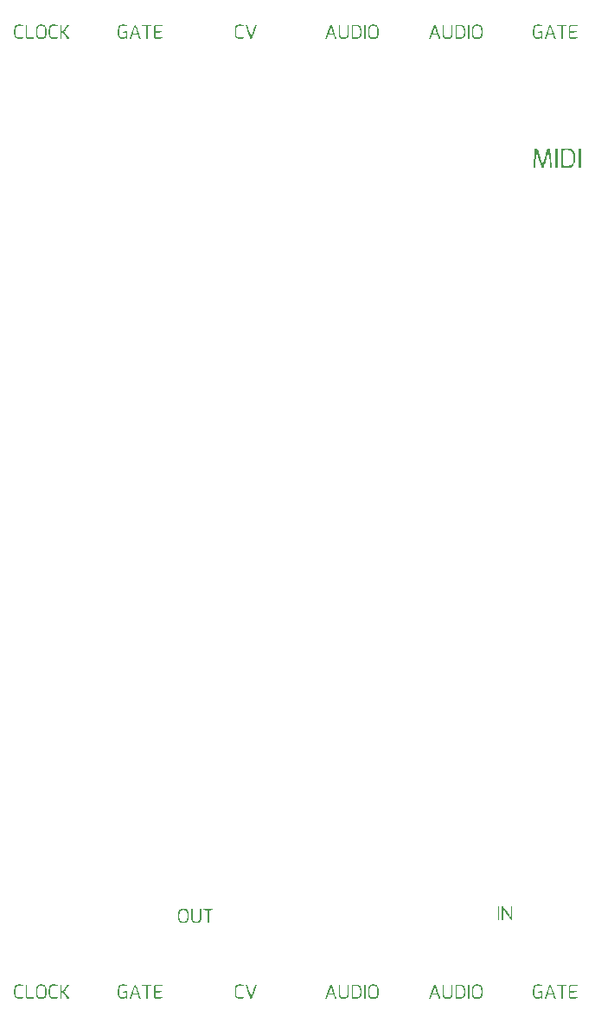
<source format=gto>
G04 DipTrace 4.0.0.0*
G04 uTest_PCBpanel.GTO*
%MOIN*%
G04 #@! TF.FileFunction,Legend,Top*
G04 #@! TF.Part,Single*
%FSLAX26Y26*%
G04*
G70*
G90*
G75*
G01*
G04 TopSilk*
%LPD*%
G36*
X2505209Y4148043D2*
Y4142531D1*
X2504290Y4141613D1*
X2502453Y4114054D1*
X2501534Y4099355D1*
X2500616Y4085576D1*
Y4073634D1*
X2507046D1*
X2507965Y4084657D1*
X2510721Y4125996D1*
Y4133345D1*
X2511407Y4133935D1*
X2511883Y4133881D1*
X2512558Y4133345D1*
Y4131508D1*
X2521744Y4103949D1*
X2522663Y4100274D1*
X2530931Y4075471D1*
X2531849Y4073634D1*
X2539199D1*
X2540117Y4076389D1*
X2541036Y4080064D1*
X2544710Y4091088D1*
X2545629Y4094762D1*
X2550222Y4108542D1*
X2551141Y4112216D1*
X2554815Y4123240D1*
X2555734Y4126914D1*
X2557571Y4132426D1*
X2557721Y4133137D1*
X2558285Y4133890D1*
X2558737Y4133868D1*
X2559408Y4133345D1*
Y4124159D1*
X2562164Y4088332D1*
X2563083Y4075471D1*
X2564002Y4073634D1*
X2570432D1*
Y4076389D1*
X2564920Y4148043D1*
X2554815D1*
X2552059Y4139775D1*
X2551141Y4136101D1*
X2547466Y4125077D1*
X2546548Y4121403D1*
X2543792Y4113135D1*
X2542873Y4109460D1*
X2539199Y4098437D1*
X2538280Y4094762D1*
X2536443Y4089250D1*
Y4087413D1*
X2535323Y4086454D1*
X2534260Y4086573D1*
X2533687Y4087413D1*
Y4090169D1*
X2527256Y4109460D1*
X2526338Y4113135D1*
X2519907Y4132426D1*
X2518989Y4136101D1*
X2515314Y4147124D1*
X2514395Y4148043D1*
X2505209D1*
G37*
G36*
X2585130D2*
Y4073634D1*
X2592479D1*
Y4148043D1*
X2585130D1*
G37*
G36*
X2607178Y4140694D2*
Y4073634D1*
X2639330D1*
X2643004Y4074552D1*
X2646679Y4076389D1*
X2649435Y4078227D1*
X2653109Y4081901D1*
X2654947Y4084657D1*
X2658621Y4092006D1*
X2659540Y4095681D1*
X2660458Y4098437D1*
X2661377Y4104867D1*
Y4117728D1*
X2660458Y4124159D1*
X2659540Y4127833D1*
X2657702Y4133345D1*
X2655865Y4137019D1*
X2654028Y4139775D1*
X2650353Y4143450D1*
X2647597Y4145287D1*
X2645760Y4146206D1*
X2643004Y4147124D1*
X2639330Y4148043D1*
X2607178D1*
Y4140694D1*
X2614527D1*
X2622488Y4141613D1*
X2630450D1*
X2638411Y4140694D1*
X2642086Y4139775D1*
X2645760Y4137938D1*
X2650353Y4133345D1*
Y4132426D1*
X2651272Y4130589D1*
X2652191Y4127833D1*
X2653109Y4124159D1*
X2654028Y4116809D1*
X2654947Y4115891D1*
Y4106704D1*
X2654028Y4105786D1*
X2653109Y4098437D1*
X2652191Y4094762D1*
X2649435Y4089250D1*
Y4088332D1*
X2644842Y4083739D1*
X2641167Y4081901D1*
X2632287Y4080983D1*
X2623407D1*
X2614527Y4081901D1*
Y4140694D1*
X2607178D1*
G37*
G36*
X2675157Y4148043D2*
Y4073634D1*
X2682506D1*
Y4148043D1*
X2675157D1*
G37*
G36*
X512164Y4625077D2*
X509540Y4624421D1*
X507571Y4623765D1*
X506259Y4623109D1*
X504290Y4621796D1*
X502978Y4620484D1*
X501666Y4618515D1*
X500353Y4615891D1*
X499697Y4613922D1*
X499041Y4611298D1*
X498385Y4607361D1*
Y4588988D1*
X499041Y4585707D1*
X499697Y4583082D1*
X500353Y4581114D1*
X501666Y4578489D1*
X502978Y4576521D1*
X506259Y4573240D1*
X508884Y4571928D1*
X510852Y4571271D1*
X514133Y4570615D1*
X520038D1*
X527912Y4571271D1*
X531849Y4571928D1*
X533162Y4572584D1*
Y4575865D1*
X511508Y4576521D1*
X508884Y4577833D1*
X506259Y4580458D1*
Y4581114D1*
X504947Y4583739D1*
X504290Y4586363D1*
X503634Y4589644D1*
X502978Y4590300D1*
Y4607361D1*
X503634Y4608017D1*
X504290Y4611298D1*
X504947Y4613922D1*
X505603Y4615235D1*
Y4615891D1*
X507571Y4617859D1*
X510196Y4619172D1*
X513477Y4619828D1*
X515664Y4620484D1*
X517851D1*
X520038Y4619828D1*
X533162D1*
Y4623109D1*
X531849Y4623765D1*
X527256Y4624421D1*
X521351Y4625077D1*
X512164D1*
G37*
G36*
X586968Y4619172D2*
X585655Y4617859D1*
X584343Y4615235D1*
X583687Y4613266D1*
X583031Y4610641D1*
X582374Y4606704D1*
Y4587676D1*
X583031Y4583739D1*
X584343Y4579802D1*
X585655Y4577177D1*
X587624Y4574552D1*
X589592Y4573240D1*
X590905Y4572584D1*
X594842Y4571271D1*
X609933D1*
X612558Y4571928D1*
X616495Y4573896D1*
X619120Y4576521D1*
X620432Y4579145D1*
X621744Y4583082D1*
X622401Y4585707D1*
X623057Y4590956D1*
Y4604080D1*
X622401Y4609329D1*
X621744Y4612610D1*
X620432Y4616547D1*
X619776Y4617859D1*
X618464Y4619828D1*
X616495Y4621796D1*
X614527Y4623109D1*
X612558Y4623765D1*
X609933Y4624421D1*
X604684Y4625077D1*
X600747D1*
X594842Y4624421D1*
X590905Y4623109D1*
X588936Y4621796D1*
X586968Y4619828D1*
Y4619172D1*
X594842D1*
X600091Y4619828D1*
X605340D1*
X610590Y4619172D1*
X613214Y4617859D1*
X615839Y4615235D1*
Y4613922D1*
X616495Y4612610D1*
X617151Y4609985D1*
X617807Y4604080D1*
X618464Y4603424D1*
Y4591613D1*
X617807Y4590956D1*
X617151Y4585707D1*
X616495Y4583082D1*
X615183Y4580458D1*
Y4579802D1*
X613870Y4578489D1*
X611246Y4577177D1*
X608621Y4576521D1*
X604465Y4575865D1*
X600310D1*
X596154Y4576521D1*
X593529Y4577177D1*
X592217Y4577833D1*
X588936Y4581114D1*
Y4581770D1*
X588280Y4583739D1*
X587624Y4587676D1*
X586968Y4588332D1*
Y4606048D1*
X587624Y4606704D1*
X588280Y4611298D1*
X588936Y4613266D1*
X589592Y4614578D1*
Y4615235D1*
X592217Y4617859D1*
X594842Y4619172D1*
X586968D1*
G37*
G36*
X645366Y4625077D2*
X642742Y4624421D1*
X640773Y4623765D1*
X639461Y4623109D1*
X637492Y4621796D1*
X636180Y4620484D1*
X634868Y4618515D1*
X633555Y4615891D1*
X632899Y4613922D1*
X632243Y4611298D1*
X631587Y4607361D1*
Y4588988D1*
X632243Y4585707D1*
X632899Y4583082D1*
X633555Y4581114D1*
X634868Y4578489D1*
X636180Y4576521D1*
X639461Y4573240D1*
X642086Y4571928D1*
X644054Y4571271D1*
X647335Y4570615D1*
X653241D1*
X661115Y4571271D1*
X665052Y4571928D1*
X666364Y4572584D1*
Y4575865D1*
X644710Y4576521D1*
X642086Y4577833D1*
X639461Y4580458D1*
Y4581114D1*
X638149Y4583739D1*
X637492Y4586363D1*
X636836Y4589644D1*
X636180Y4590300D1*
Y4607361D1*
X636836Y4608017D1*
X637492Y4611298D1*
X638149Y4613922D1*
X638805Y4615235D1*
Y4615891D1*
X640773Y4617859D1*
X643398Y4619172D1*
X646679Y4619828D1*
X648866Y4620484D1*
X651053D1*
X653241Y4619828D1*
X666364D1*
Y4623109D1*
X665052Y4623765D1*
X660458Y4624421D1*
X654553Y4625077D1*
X645366D1*
G37*
G36*
X542348Y4624421D2*
Y4578489D1*
X543004Y4575865D1*
X543660Y4574552D1*
X545629Y4572584D1*
X546941Y4571928D1*
X548910Y4571271D1*
X574500D1*
Y4575865D1*
X549566Y4576521D1*
X548254Y4577177D1*
X547597Y4577833D1*
Y4624421D1*
X542348D1*
G37*
G36*
X675550D2*
Y4571271D1*
X680800D1*
Y4594893D1*
X682987Y4595550D1*
X685174D1*
X687361Y4594893D1*
X688674Y4593581D1*
Y4592925D1*
X691298Y4588988D1*
X693267Y4586363D1*
X695891Y4582426D1*
X697860Y4579802D1*
X701797Y4573896D1*
X703765Y4571271D1*
X709671D1*
X709015Y4572584D1*
X702453Y4582426D1*
X700485Y4585051D1*
X695235Y4592925D1*
X693267Y4595550D1*
X691954Y4596862D1*
Y4598830D1*
X693267Y4600143D1*
X695891Y4604080D1*
X697860Y4606704D1*
X701797Y4612610D1*
X703765Y4615235D1*
X709015Y4623109D1*
X709671Y4624421D1*
X703765D1*
X701797Y4621796D1*
X699172Y4617859D1*
X697204Y4615235D1*
X694579Y4611298D1*
X692611Y4608673D1*
X689986Y4604736D1*
X688017Y4602111D1*
X687802Y4601315D1*
X687361Y4600799D1*
X685174Y4600143D1*
X682987D1*
X680800Y4600799D1*
Y4624421D1*
X675550D1*
G37*
G36*
X912427Y4625077D2*
X909146Y4624421D1*
X906521Y4623109D1*
X904553Y4621796D1*
X903241Y4620484D1*
X901928Y4618515D1*
X900616Y4615891D1*
X899960Y4613922D1*
X899304Y4611298D1*
X898647Y4608017D1*
Y4587019D1*
X899304Y4583739D1*
X900616Y4579802D1*
X901928Y4577177D1*
X903241Y4575208D1*
X903897Y4574552D1*
X905865Y4573240D1*
X908490Y4571928D1*
X910458Y4571271D1*
X914395Y4570615D1*
X916364D1*
X920957Y4571271D1*
X923582Y4571928D1*
X926863Y4573240D1*
X928175Y4573896D1*
X928876Y4574334D1*
X929487Y4574552D1*
X930800Y4573240D1*
Y4571928D1*
X931456Y4571271D1*
X934737D1*
Y4598830D1*
X931456Y4599487D1*
X928831D1*
X922926Y4598830D1*
X919645Y4598174D1*
X917676Y4597518D1*
Y4594237D1*
X930143Y4593581D1*
Y4579802D1*
X929487Y4579145D1*
X927519Y4578489D1*
X926206Y4577833D1*
X920957Y4576521D1*
X917676Y4575865D1*
X914395D1*
X911115Y4576521D1*
X909146Y4577177D1*
X905865Y4580458D1*
Y4581114D1*
X905209Y4582426D1*
X904553Y4584395D1*
X903897Y4588332D1*
X903241Y4588988D1*
Y4607361D1*
X903897Y4608017D1*
X904553Y4611298D1*
X905209Y4613922D1*
X905865Y4615235D1*
Y4615891D1*
X908490Y4618515D1*
X910458Y4619172D1*
X913083Y4619828D1*
X915270Y4620484D1*
X917457D1*
X919645Y4619828D1*
X932112Y4619172D1*
X933424D1*
Y4623109D1*
X930800Y4623765D1*
X926206Y4624421D1*
X919645Y4625077D1*
X912427D1*
G37*
G36*
X959671Y4615891D2*
X959015Y4615235D1*
X958359Y4613266D1*
X957702Y4611954D1*
X956390Y4608017D1*
X955734Y4606704D1*
X953765Y4600799D1*
X953109Y4599487D1*
X951141Y4593581D1*
X950485Y4592269D1*
X949172Y4588332D1*
X948516Y4587019D1*
X946548Y4581114D1*
X945891Y4579802D1*
X944579Y4575865D1*
X943923Y4574552D1*
X943267Y4572584D1*
Y4571271D1*
X949172D1*
X951797Y4579145D1*
X952453Y4581770D1*
X953109Y4583739D1*
Y4585051D1*
X953765Y4585707D1*
X961202Y4586363D1*
X968639D1*
X976075Y4585707D1*
Y4584395D1*
X978044Y4578489D1*
X978700Y4575865D1*
X980012Y4571928D1*
X980668Y4571271D1*
X985918D1*
Y4572584D1*
X984605Y4576521D1*
X983949Y4577833D1*
X980668Y4587676D1*
X980012Y4588988D1*
X976075Y4600799D1*
X975419Y4602111D1*
X972138Y4611954D1*
X971482Y4613266D1*
X968201Y4623109D1*
X967545Y4624421D1*
X962296D1*
X960983Y4620484D1*
X960327Y4619172D1*
X959671Y4617203D1*
Y4615891D1*
X964264D1*
X964754Y4616312D1*
X965086Y4616257D1*
X965459Y4615715D1*
X965576Y4615235D1*
X969513Y4603424D1*
X970170Y4602111D1*
X973450Y4592269D1*
X974107Y4591613D1*
X967982Y4590956D1*
X961858D1*
X955734Y4591613D1*
X955862Y4592078D1*
X956390Y4592925D1*
X957046Y4594893D1*
X957702Y4596206D1*
X960983Y4606048D1*
X961639Y4607361D1*
X964264Y4615235D1*
Y4615891D1*
X959671D1*
G37*
G36*
X991823Y4624421D2*
Y4619828D1*
X1007571Y4619172D1*
Y4571271D1*
X1012821D1*
Y4619172D1*
X1028569Y4619828D1*
Y4624421D1*
X991823D1*
G37*
G36*
X1043660D2*
X1041692Y4623765D1*
X1040380Y4623109D1*
X1039067Y4621796D1*
X1037755Y4619172D1*
X1037099Y4616547D1*
Y4578489D1*
X1037755Y4575865D1*
X1039067Y4573240D1*
X1039723Y4572584D1*
X1042348Y4571271D1*
X1056128D1*
X1067939Y4571928D1*
X1069251Y4572584D1*
Y4575865D1*
X1043660Y4576521D1*
X1042348Y4577833D1*
Y4594237D1*
X1048910Y4594893D1*
X1065970Y4595550D1*
Y4599487D1*
X1053503Y4600143D1*
X1042348Y4600799D1*
Y4617859D1*
X1043004Y4618515D1*
X1044317Y4619172D1*
X1069251Y4619828D1*
Y4623109D1*
X1064658Y4623765D1*
X1052191Y4624421D1*
X1043660D1*
G37*
G36*
X1362558Y4625077D2*
X1359933Y4624421D1*
X1357965Y4623765D1*
X1356653Y4623109D1*
X1354684Y4621796D1*
X1353372Y4620484D1*
X1352059Y4618515D1*
X1350747Y4615891D1*
X1350091Y4613922D1*
X1349435Y4611298D1*
X1348779Y4607361D1*
Y4588988D1*
X1349435Y4585707D1*
X1350091Y4583082D1*
X1350747Y4581114D1*
X1352059Y4578489D1*
X1353372Y4576521D1*
X1356653Y4573240D1*
X1359277Y4571928D1*
X1361246Y4571271D1*
X1364527Y4570615D1*
X1370432D1*
X1378306Y4571271D1*
X1382243Y4571928D1*
X1383555Y4572584D1*
Y4575865D1*
X1361902Y4576521D1*
X1359277Y4577833D1*
X1356653Y4580458D1*
Y4581114D1*
X1355340Y4583739D1*
X1354684Y4586363D1*
X1354028Y4589644D1*
X1353372Y4590300D1*
Y4607361D1*
X1354028Y4608017D1*
X1354684Y4611298D1*
X1355340Y4613922D1*
X1355996Y4615235D1*
Y4615891D1*
X1357965Y4617859D1*
X1360590Y4619172D1*
X1363870Y4619828D1*
X1366058Y4620484D1*
X1368245D1*
X1370432Y4619828D1*
X1383555D1*
Y4623109D1*
X1382243Y4623765D1*
X1377650Y4624421D1*
X1371744Y4625077D1*
X1362558D1*
G37*
G36*
X1390773Y4624421D2*
Y4623109D1*
X1392742Y4617203D1*
X1393398Y4615891D1*
X1396679Y4606048D1*
X1397335Y4604736D1*
X1401272Y4592925D1*
X1401928Y4591613D1*
X1405209Y4581770D1*
X1405865Y4580458D1*
X1408490Y4572584D1*
X1409146Y4571271D1*
X1414395D1*
X1416364Y4577177D1*
X1417020Y4578489D1*
X1418332Y4582426D1*
X1418989Y4583739D1*
X1420957Y4589644D1*
X1421613Y4590956D1*
X1422926Y4594893D1*
X1423582Y4596206D1*
X1425550Y4602111D1*
X1426206Y4603424D1*
X1428175Y4609329D1*
X1428831Y4610641D1*
X1430143Y4614578D1*
X1430800Y4615891D1*
X1432768Y4621796D1*
X1433424Y4623109D1*
Y4624421D1*
X1428175D1*
X1426863Y4620484D1*
X1426206Y4619172D1*
X1424238Y4613266D1*
X1423582Y4611954D1*
X1421613Y4606048D1*
X1420957Y4604736D1*
X1418989Y4598830D1*
X1418332Y4597518D1*
X1416364Y4591613D1*
X1415708Y4590300D1*
X1413739Y4584395D1*
X1413083Y4583082D1*
X1412427Y4581114D1*
X1412260Y4580340D1*
X1411732Y4579741D1*
X1411394Y4579850D1*
X1410971Y4580573D1*
X1411115Y4581114D1*
X1410458Y4582426D1*
X1405865Y4596206D1*
X1405209Y4597518D1*
X1401272Y4609329D1*
X1400616Y4610641D1*
X1396023Y4624421D1*
X1390773D1*
G37*
G36*
X1867151Y4619172D2*
X1865839Y4617859D1*
X1864527Y4615235D1*
X1863870Y4613266D1*
X1863214Y4610641D1*
X1862558Y4606704D1*
Y4587676D1*
X1863214Y4583739D1*
X1864527Y4579802D1*
X1865839Y4577177D1*
X1867807Y4574552D1*
X1869776Y4573240D1*
X1871088Y4572584D1*
X1875025Y4571271D1*
X1890117D1*
X1892742Y4571928D1*
X1896679Y4573896D1*
X1899304Y4576521D1*
X1900616Y4579145D1*
X1901928Y4583082D1*
X1902584Y4585707D1*
X1903241Y4590956D1*
Y4604080D1*
X1902584Y4609329D1*
X1901928Y4612610D1*
X1900616Y4616547D1*
X1899960Y4617859D1*
X1898647Y4619828D1*
X1896679Y4621796D1*
X1894710Y4623109D1*
X1892742Y4623765D1*
X1890117Y4624421D1*
X1884868Y4625077D1*
X1880931D1*
X1875025Y4624421D1*
X1871088Y4623109D1*
X1869120Y4621796D1*
X1867151Y4619828D1*
Y4619172D1*
X1875025D1*
X1880275Y4619828D1*
X1885524D1*
X1890773Y4619172D1*
X1893398Y4617859D1*
X1896023Y4615235D1*
Y4613922D1*
X1896679Y4612610D1*
X1897335Y4609985D1*
X1897991Y4604080D1*
X1898647Y4603424D1*
Y4591613D1*
X1897991Y4590956D1*
X1897335Y4585707D1*
X1896679Y4583082D1*
X1895366Y4580458D1*
Y4579802D1*
X1894054Y4578489D1*
X1891429Y4577177D1*
X1888805Y4576521D1*
X1884649Y4575865D1*
X1880493D1*
X1876338Y4576521D1*
X1873713Y4577177D1*
X1872401Y4577833D1*
X1869120Y4581114D1*
Y4581770D1*
X1868464Y4583739D1*
X1867807Y4587676D1*
X1867151Y4588332D1*
Y4606048D1*
X1867807Y4606704D1*
X1868464Y4611298D1*
X1869120Y4613266D1*
X1869776Y4614578D1*
Y4615235D1*
X1872401Y4617859D1*
X1875025Y4619172D1*
X1867151D1*
G37*
G36*
X1714264Y4615891D2*
X1713608Y4615235D1*
X1712952Y4613266D1*
X1712296Y4611954D1*
X1710983Y4608017D1*
X1710327Y4606704D1*
X1708359Y4600799D1*
X1707702Y4599487D1*
X1705734Y4593581D1*
X1705078Y4592269D1*
X1703765Y4588332D1*
X1703109Y4587019D1*
X1701141Y4581114D1*
X1700485Y4579802D1*
X1699172Y4575865D1*
X1698516Y4574552D1*
X1697860Y4572584D1*
Y4571271D1*
X1703765D1*
X1706390Y4579145D1*
X1707046Y4581770D1*
X1707702Y4583739D1*
Y4585051D1*
X1708359Y4585707D1*
X1715795Y4586363D1*
X1723232D1*
X1730668Y4585707D1*
Y4584395D1*
X1732637Y4578489D1*
X1733293Y4575865D1*
X1734605Y4571928D1*
X1735262Y4571271D1*
X1740511D1*
Y4572584D1*
X1739199Y4576521D1*
X1738542Y4577833D1*
X1735262Y4587676D1*
X1734605Y4588988D1*
X1730668Y4600799D1*
X1730012Y4602111D1*
X1726731Y4611954D1*
X1726075Y4613266D1*
X1722794Y4623109D1*
X1722138Y4624421D1*
X1716889D1*
X1715576Y4620484D1*
X1714920Y4619172D1*
X1714264Y4617203D1*
Y4615891D1*
X1718857D1*
X1719347Y4616312D1*
X1719679Y4616257D1*
X1720053Y4615715D1*
X1720170Y4615235D1*
X1724107Y4603424D1*
X1724763Y4602111D1*
X1728044Y4592269D1*
X1728700Y4591613D1*
X1722576Y4590956D1*
X1716451D1*
X1710327Y4591613D1*
X1710455Y4592078D1*
X1710983Y4592925D1*
X1711639Y4594893D1*
X1712296Y4596206D1*
X1715576Y4606048D1*
X1716233Y4607361D1*
X1718857Y4615235D1*
Y4615891D1*
X1714264D1*
G37*
G36*
X1749041Y4624421D2*
Y4590956D1*
X1749697Y4585051D1*
X1750353Y4581770D1*
X1751666Y4577833D1*
X1752322Y4576521D1*
X1756259Y4572584D1*
X1760196Y4571271D1*
X1765445Y4570615D1*
X1770695D1*
X1776600Y4571271D1*
X1778569Y4571928D1*
X1781193Y4573240D1*
X1783818Y4575865D1*
X1785130Y4577833D1*
X1785786Y4579145D1*
X1787099Y4583082D1*
X1787755Y4586363D1*
Y4624421D1*
X1783162D1*
X1782506Y4587676D1*
X1781849Y4583739D1*
X1781193Y4581770D1*
X1779881Y4579802D1*
Y4579145D1*
X1778569Y4577833D1*
X1775944Y4576521D1*
X1771132Y4575865D1*
X1766320D1*
X1761508Y4576521D1*
X1759540Y4577177D1*
X1758227Y4577833D1*
X1756915Y4579145D1*
Y4579802D1*
X1755603Y4582426D1*
X1754947Y4585051D1*
X1754290Y4624421D1*
X1749041D1*
G37*
G36*
X1798910Y4619172D2*
Y4571271D1*
X1821876D1*
X1824500Y4571928D1*
X1827125Y4573240D1*
X1829094Y4574552D1*
X1831718Y4577177D1*
X1833031Y4579145D1*
X1835655Y4584395D1*
X1836311Y4587019D1*
X1836968Y4588988D1*
X1837624Y4593581D1*
Y4602767D1*
X1836968Y4607361D1*
X1836311Y4609985D1*
X1834999Y4613922D1*
X1833687Y4616547D1*
X1832374Y4618515D1*
X1829750Y4621140D1*
X1827781Y4622452D1*
X1826469Y4623109D1*
X1824500Y4623765D1*
X1821876Y4624421D1*
X1798910D1*
Y4619172D1*
X1804159D1*
X1809846Y4619828D1*
X1815533D1*
X1821220Y4619172D1*
X1823844Y4618515D1*
X1826469Y4617203D1*
X1829750Y4613922D1*
Y4613266D1*
X1830406Y4611954D1*
X1831062Y4609985D1*
X1831718Y4607361D1*
X1832374Y4602111D1*
X1833031Y4601455D1*
Y4594893D1*
X1832374Y4594237D1*
X1831718Y4588988D1*
X1831062Y4586363D1*
X1829094Y4582426D1*
Y4581770D1*
X1825813Y4578489D1*
X1823188Y4577177D1*
X1816845Y4576521D1*
X1810502D1*
X1804159Y4577177D1*
Y4619172D1*
X1798910D1*
G37*
G36*
X1847466Y4624421D2*
Y4571271D1*
X1852716D1*
Y4624421D1*
X1847466D1*
G37*
G36*
X2267414Y4619172D2*
X2266101Y4617859D1*
X2264789Y4615235D1*
X2264133Y4613266D1*
X2263477Y4610641D1*
X2262821Y4606704D1*
Y4587676D1*
X2263477Y4583739D1*
X2264789Y4579802D1*
X2266101Y4577177D1*
X2268070Y4574552D1*
X2270038Y4573240D1*
X2271351Y4572584D1*
X2275288Y4571271D1*
X2290380D1*
X2293004Y4571928D1*
X2296941Y4573896D1*
X2299566Y4576521D1*
X2300878Y4579145D1*
X2302191Y4583082D1*
X2302847Y4585707D1*
X2303503Y4590956D1*
Y4604080D1*
X2302847Y4609329D1*
X2302191Y4612610D1*
X2300878Y4616547D1*
X2300222Y4617859D1*
X2298910Y4619828D1*
X2296941Y4621796D1*
X2294973Y4623109D1*
X2293004Y4623765D1*
X2290380Y4624421D1*
X2285130Y4625077D1*
X2281193D1*
X2275288Y4624421D1*
X2271351Y4623109D1*
X2269382Y4621796D1*
X2267414Y4619828D1*
Y4619172D1*
X2275288D1*
X2280537Y4619828D1*
X2285786D1*
X2291036Y4619172D1*
X2293660Y4617859D1*
X2296285Y4615235D1*
Y4613922D1*
X2296941Y4612610D1*
X2297597Y4609985D1*
X2298254Y4604080D1*
X2298910Y4603424D1*
Y4591613D1*
X2298254Y4590956D1*
X2297597Y4585707D1*
X2296941Y4583082D1*
X2295629Y4580458D1*
Y4579802D1*
X2294317Y4578489D1*
X2291692Y4577177D1*
X2289067Y4576521D1*
X2284912Y4575865D1*
X2280756D1*
X2276600Y4576521D1*
X2273975Y4577177D1*
X2272663Y4577833D1*
X2269382Y4581114D1*
Y4581770D1*
X2268726Y4583739D1*
X2268070Y4587676D1*
X2267414Y4588332D1*
Y4606048D1*
X2268070Y4606704D1*
X2268726Y4611298D1*
X2269382Y4613266D1*
X2270038Y4614578D1*
Y4615235D1*
X2272663Y4617859D1*
X2275288Y4619172D1*
X2267414D1*
G37*
G36*
X2114527Y4615891D2*
X2113870Y4615235D1*
X2113214Y4613266D1*
X2112558Y4611954D1*
X2111246Y4608017D1*
X2110590Y4606704D1*
X2108621Y4600799D1*
X2107965Y4599487D1*
X2105996Y4593581D1*
X2105340Y4592269D1*
X2104028Y4588332D1*
X2103372Y4587019D1*
X2101403Y4581114D1*
X2100747Y4579802D1*
X2099435Y4575865D1*
X2098779Y4574552D1*
X2098122Y4572584D1*
Y4571271D1*
X2104028D1*
X2106653Y4579145D1*
X2107309Y4581770D1*
X2107965Y4583739D1*
Y4585051D1*
X2108621Y4585707D1*
X2116058Y4586363D1*
X2123494D1*
X2130931Y4585707D1*
Y4584395D1*
X2132899Y4578489D1*
X2133555Y4575865D1*
X2134868Y4571928D1*
X2135524Y4571271D1*
X2140773D1*
Y4572584D1*
X2139461Y4576521D1*
X2138805Y4577833D1*
X2135524Y4587676D1*
X2134868Y4588988D1*
X2130931Y4600799D1*
X2130275Y4602111D1*
X2126994Y4611954D1*
X2126338Y4613266D1*
X2123057Y4623109D1*
X2122401Y4624421D1*
X2117151D1*
X2115839Y4620484D1*
X2115183Y4619172D1*
X2114527Y4617203D1*
Y4615891D1*
X2119120D1*
X2119610Y4616312D1*
X2119942Y4616257D1*
X2120315Y4615715D1*
X2120432Y4615235D1*
X2124369Y4603424D1*
X2125025Y4602111D1*
X2128306Y4592269D1*
X2128962Y4591613D1*
X2122838Y4590956D1*
X2116714D1*
X2110590Y4591613D1*
X2110717Y4592078D1*
X2111246Y4592925D1*
X2111902Y4594893D1*
X2112558Y4596206D1*
X2115839Y4606048D1*
X2116495Y4607361D1*
X2119120Y4615235D1*
Y4615891D1*
X2114527D1*
G37*
G36*
X2149304Y4624421D2*
Y4590956D1*
X2149960Y4585051D1*
X2150616Y4581770D1*
X2151928Y4577833D1*
X2152584Y4576521D1*
X2156521Y4572584D1*
X2160458Y4571271D1*
X2165708Y4570615D1*
X2170957D1*
X2176863Y4571271D1*
X2178831Y4571928D1*
X2181456Y4573240D1*
X2184080Y4575865D1*
X2185393Y4577833D1*
X2186049Y4579145D1*
X2187361Y4583082D1*
X2188017Y4586363D1*
Y4624421D1*
X2183424D1*
X2182768Y4587676D1*
X2182112Y4583739D1*
X2181456Y4581770D1*
X2180143Y4579802D1*
Y4579145D1*
X2178831Y4577833D1*
X2176206Y4576521D1*
X2171394Y4575865D1*
X2166583D1*
X2161771Y4576521D1*
X2159802Y4577177D1*
X2158490Y4577833D1*
X2157178Y4579145D1*
Y4579802D1*
X2155865Y4582426D1*
X2155209Y4585051D1*
X2154553Y4624421D1*
X2149304D1*
G37*
G36*
X2199172Y4619172D2*
Y4571271D1*
X2222138D1*
X2224763Y4571928D1*
X2227387Y4573240D1*
X2229356Y4574552D1*
X2231981Y4577177D1*
X2233293Y4579145D1*
X2235918Y4584395D1*
X2236574Y4587019D1*
X2237230Y4588988D1*
X2237886Y4593581D1*
Y4602767D1*
X2237230Y4607361D1*
X2236574Y4609985D1*
X2235262Y4613922D1*
X2233949Y4616547D1*
X2232637Y4618515D1*
X2230012Y4621140D1*
X2228044Y4622452D1*
X2226731Y4623109D1*
X2224763Y4623765D1*
X2222138Y4624421D1*
X2199172D1*
Y4619172D1*
X2204422D1*
X2210108Y4619828D1*
X2215795D1*
X2221482Y4619172D1*
X2224107Y4618515D1*
X2226731Y4617203D1*
X2230012Y4613922D1*
Y4613266D1*
X2230668Y4611954D1*
X2231325Y4609985D1*
X2231981Y4607361D1*
X2232637Y4602111D1*
X2233293Y4601455D1*
Y4594893D1*
X2232637Y4594237D1*
X2231981Y4588988D1*
X2231325Y4586363D1*
X2229356Y4582426D1*
Y4581770D1*
X2226075Y4578489D1*
X2223450Y4577177D1*
X2217108Y4576521D1*
X2210765D1*
X2204422Y4577177D1*
Y4619172D1*
X2199172D1*
G37*
G36*
X2247729Y4624421D2*
Y4571271D1*
X2252978D1*
Y4624421D1*
X2247729D1*
G37*
G36*
X2512164Y4625077D2*
X2508884Y4624421D1*
X2506259Y4623109D1*
X2504290Y4621796D1*
X2502978Y4620484D1*
X2501666Y4618515D1*
X2500353Y4615891D1*
X2499697Y4613922D1*
X2499041Y4611298D1*
X2498385Y4608017D1*
Y4587019D1*
X2499041Y4583739D1*
X2500353Y4579802D1*
X2501666Y4577177D1*
X2502978Y4575208D1*
X2503634Y4574552D1*
X2505603Y4573240D1*
X2508227Y4571928D1*
X2510196Y4571271D1*
X2514133Y4570615D1*
X2516101D1*
X2520695Y4571271D1*
X2523319Y4571928D1*
X2526600Y4573240D1*
X2527912Y4573896D1*
X2528614Y4574334D1*
X2529225Y4574552D1*
X2530537Y4573240D1*
Y4571928D1*
X2531193Y4571271D1*
X2534474D1*
Y4598830D1*
X2531193Y4599487D1*
X2528569D1*
X2522663Y4598830D1*
X2519382Y4598174D1*
X2517414Y4597518D1*
Y4594237D1*
X2529881Y4593581D1*
Y4579802D1*
X2529225Y4579145D1*
X2527256Y4578489D1*
X2525944Y4577833D1*
X2520695Y4576521D1*
X2517414Y4575865D1*
X2514133D1*
X2510852Y4576521D1*
X2508884Y4577177D1*
X2505603Y4580458D1*
Y4581114D1*
X2504947Y4582426D1*
X2504290Y4584395D1*
X2503634Y4588332D1*
X2502978Y4588988D1*
Y4607361D1*
X2503634Y4608017D1*
X2504290Y4611298D1*
X2504947Y4613922D1*
X2505603Y4615235D1*
Y4615891D1*
X2508227Y4618515D1*
X2510196Y4619172D1*
X2512821Y4619828D1*
X2515008Y4620484D1*
X2517195D1*
X2519382Y4619828D1*
X2531849Y4619172D1*
X2533162D1*
Y4623109D1*
X2530537Y4623765D1*
X2525944Y4624421D1*
X2519382Y4625077D1*
X2512164D1*
G37*
G36*
X2559408Y4615891D2*
X2558752Y4615235D1*
X2558096Y4613266D1*
X2557440Y4611954D1*
X2556128Y4608017D1*
X2555471Y4606704D1*
X2553503Y4600799D1*
X2552847Y4599487D1*
X2550878Y4593581D1*
X2550222Y4592269D1*
X2548910Y4588332D1*
X2548254Y4587019D1*
X2546285Y4581114D1*
X2545629Y4579802D1*
X2544317Y4575865D1*
X2543660Y4574552D1*
X2543004Y4572584D1*
Y4571271D1*
X2548910D1*
X2551534Y4579145D1*
X2552191Y4581770D1*
X2552847Y4583739D1*
Y4585051D1*
X2553503Y4585707D1*
X2560940Y4586363D1*
X2568376D1*
X2575813Y4585707D1*
Y4584395D1*
X2577781Y4578489D1*
X2578437Y4575865D1*
X2579750Y4571928D1*
X2580406Y4571271D1*
X2585655D1*
Y4572584D1*
X2584343Y4576521D1*
X2583687Y4577833D1*
X2580406Y4587676D1*
X2579750Y4588988D1*
X2575813Y4600799D1*
X2575157Y4602111D1*
X2571876Y4611954D1*
X2571220Y4613266D1*
X2567939Y4623109D1*
X2567283Y4624421D1*
X2562033D1*
X2560721Y4620484D1*
X2560065Y4619172D1*
X2559408Y4617203D1*
Y4615891D1*
X2564002D1*
X2564492Y4616312D1*
X2564824Y4616257D1*
X2565197Y4615715D1*
X2565314Y4615235D1*
X2569251Y4603424D1*
X2569907Y4602111D1*
X2573188Y4592269D1*
X2573844Y4591613D1*
X2567720Y4590956D1*
X2561596D1*
X2555471Y4591613D1*
X2555599Y4592078D1*
X2556128Y4592925D1*
X2556784Y4594893D1*
X2557440Y4596206D1*
X2560721Y4606048D1*
X2561377Y4607361D1*
X2564002Y4615235D1*
Y4615891D1*
X2559408D1*
G37*
G36*
X2591561Y4624421D2*
Y4619828D1*
X2607309Y4619172D1*
Y4571271D1*
X2612558D1*
Y4619172D1*
X2628306Y4619828D1*
Y4624421D1*
X2591561D1*
G37*
G36*
X2643398D2*
X2641429Y4623765D1*
X2640117Y4623109D1*
X2638805Y4621796D1*
X2637492Y4619172D1*
X2636836Y4616547D1*
Y4578489D1*
X2637492Y4575865D1*
X2638805Y4573240D1*
X2639461Y4572584D1*
X2642086Y4571271D1*
X2655865D1*
X2667676Y4571928D1*
X2668989Y4572584D1*
Y4575865D1*
X2643398Y4576521D1*
X2642086Y4577833D1*
Y4594237D1*
X2648647Y4594893D1*
X2665708Y4595550D1*
Y4599487D1*
X2653241Y4600143D1*
X2642086Y4600799D1*
Y4617859D1*
X2642742Y4618515D1*
X2644054Y4619172D1*
X2668989Y4619828D1*
Y4623109D1*
X2664395Y4623765D1*
X2651928Y4624421D1*
X2643398D1*
G37*
G36*
X512164Y924946D2*
X509540Y924290D1*
X507571Y923634D1*
X506259Y922977D1*
X504290Y921665D1*
X502978Y920353D1*
X501666Y918384D1*
X500353Y915760D1*
X499697Y913791D1*
X499041Y911166D1*
X498385Y907229D1*
Y888857D1*
X499041Y885576D1*
X499697Y882951D1*
X500353Y880983D1*
X501666Y878358D1*
X502978Y876389D1*
X506259Y873109D1*
X508884Y871796D1*
X510852Y871140D1*
X514133Y870484D1*
X520038D1*
X527912Y871140D1*
X531849Y871796D1*
X533162Y872452D1*
Y875733D1*
X511508Y876389D1*
X508884Y877702D1*
X506259Y880326D1*
Y880983D1*
X504947Y883607D1*
X504290Y886232D1*
X503634Y889513D1*
X502978Y890169D1*
Y907229D1*
X503634Y907886D1*
X504290Y911166D1*
X504947Y913791D1*
X505603Y915103D1*
Y915760D1*
X507571Y917728D1*
X510196Y919040D1*
X513477Y919697D1*
X515664Y920353D1*
X517851D1*
X520038Y919697D1*
X533162D1*
Y922977D1*
X531849Y923634D1*
X527256Y924290D1*
X521351Y924946D1*
X512164D1*
G37*
G36*
X586968Y919040D2*
X585655Y917728D1*
X584343Y915103D1*
X583687Y913135D1*
X583031Y910510D1*
X582374Y906573D1*
Y887544D1*
X583031Y883607D1*
X584343Y879670D1*
X585655Y877046D1*
X587624Y874421D1*
X589592Y873109D1*
X590905Y872452D1*
X594842Y871140D1*
X609933D1*
X612558Y871796D1*
X616495Y873765D1*
X619120Y876389D1*
X620432Y879014D1*
X621744Y882951D1*
X622401Y885576D1*
X623057Y890825D1*
Y903949D1*
X622401Y909198D1*
X621744Y912479D1*
X620432Y916416D1*
X619776Y917728D1*
X618464Y919697D1*
X616495Y921665D1*
X614527Y922977D1*
X612558Y923634D1*
X609933Y924290D1*
X604684Y924946D1*
X600747D1*
X594842Y924290D1*
X590905Y922977D1*
X588936Y921665D1*
X586968Y919697D1*
Y919040D1*
X594842D1*
X600091Y919697D1*
X605340D1*
X610590Y919040D1*
X613214Y917728D1*
X615839Y915103D1*
Y913791D1*
X616495Y912479D1*
X617151Y909854D1*
X617807Y903949D1*
X618464Y903292D1*
Y891481D1*
X617807Y890825D1*
X617151Y885576D1*
X616495Y882951D1*
X615183Y880326D1*
Y879670D1*
X613870Y878358D1*
X611246Y877046D1*
X608621Y876389D1*
X604465Y875733D1*
X600310D1*
X596154Y876389D1*
X593529Y877046D1*
X592217Y877702D1*
X588936Y880983D1*
Y881639D1*
X588280Y883607D1*
X587624Y887544D1*
X586968Y888201D1*
Y905917D1*
X587624Y906573D1*
X588280Y911166D1*
X588936Y913135D1*
X589592Y914447D1*
Y915103D1*
X592217Y917728D1*
X594842Y919040D1*
X586968D1*
G37*
G36*
X645366Y924946D2*
X642742Y924290D1*
X640773Y923634D1*
X639461Y922977D1*
X637492Y921665D1*
X636180Y920353D1*
X634868Y918384D1*
X633555Y915760D1*
X632899Y913791D1*
X632243Y911166D1*
X631587Y907229D1*
Y888857D1*
X632243Y885576D1*
X632899Y882951D1*
X633555Y880983D1*
X634868Y878358D1*
X636180Y876389D1*
X639461Y873109D1*
X642086Y871796D1*
X644054Y871140D1*
X647335Y870484D1*
X653241D1*
X661115Y871140D1*
X665052Y871796D1*
X666364Y872452D1*
Y875733D1*
X644710Y876389D1*
X642086Y877702D1*
X639461Y880326D1*
Y880983D1*
X638149Y883607D1*
X637492Y886232D1*
X636836Y889513D1*
X636180Y890169D1*
Y907229D1*
X636836Y907886D1*
X637492Y911166D1*
X638149Y913791D1*
X638805Y915103D1*
Y915760D1*
X640773Y917728D1*
X643398Y919040D1*
X646679Y919697D1*
X648866Y920353D1*
X651053D1*
X653241Y919697D1*
X666364D1*
Y922977D1*
X665052Y923634D1*
X660458Y924290D1*
X654553Y924946D1*
X645366D1*
G37*
G36*
X542348Y924290D2*
Y878358D1*
X543004Y875733D1*
X543660Y874421D1*
X545629Y872452D1*
X546941Y871796D1*
X548910Y871140D1*
X574500D1*
Y875733D1*
X549566Y876389D1*
X548254Y877046D1*
X547597Y877702D1*
Y924290D1*
X542348D1*
G37*
G36*
X675550D2*
Y871140D1*
X680800D1*
Y894762D1*
X682987Y895418D1*
X685174D1*
X687361Y894762D1*
X688674Y893450D1*
Y892794D1*
X691298Y888857D1*
X693267Y886232D1*
X695891Y882295D1*
X697860Y879670D1*
X701797Y873765D1*
X703765Y871140D1*
X709671D1*
X709015Y872452D1*
X702453Y882295D1*
X700485Y884920D1*
X695235Y892794D1*
X693267Y895418D1*
X691954Y896731D1*
Y898699D1*
X693267Y900012D1*
X695891Y903949D1*
X697860Y906573D1*
X701797Y912479D1*
X703765Y915103D1*
X709015Y922977D1*
X709671Y924290D1*
X703765D1*
X701797Y921665D1*
X699172Y917728D1*
X697204Y915103D1*
X694579Y911166D1*
X692611Y908542D1*
X689986Y904605D1*
X688017Y901980D1*
X687802Y901184D1*
X687361Y900668D1*
X685174Y900012D1*
X682987D1*
X680800Y900668D1*
Y924290D1*
X675550D1*
G37*
G36*
X912427Y924946D2*
X909146Y924290D1*
X906521Y922977D1*
X904553Y921665D1*
X903241Y920353D1*
X901928Y918384D1*
X900616Y915760D1*
X899960Y913791D1*
X899304Y911166D1*
X898647Y907886D1*
Y886888D1*
X899304Y883607D1*
X900616Y879670D1*
X901928Y877046D1*
X903241Y875077D1*
X903897Y874421D1*
X905865Y873109D1*
X908490Y871796D1*
X910458Y871140D1*
X914395Y870484D1*
X916364D1*
X920957Y871140D1*
X923582Y871796D1*
X926863Y873109D1*
X928175Y873765D1*
X928876Y874203D1*
X929487Y874421D1*
X930800Y873109D1*
Y871796D1*
X931456Y871140D1*
X934737D1*
Y898699D1*
X931456Y899355D1*
X928831D1*
X922926Y898699D1*
X919645Y898043D1*
X917676Y897387D1*
Y894106D1*
X930143Y893450D1*
Y879670D1*
X929487Y879014D1*
X927519Y878358D1*
X926206Y877702D1*
X920957Y876389D1*
X917676Y875733D1*
X914395D1*
X911115Y876389D1*
X909146Y877046D1*
X905865Y880326D1*
Y880983D1*
X905209Y882295D1*
X904553Y884263D1*
X903897Y888201D1*
X903241Y888857D1*
Y907229D1*
X903897Y907886D1*
X904553Y911166D1*
X905209Y913791D1*
X905865Y915103D1*
Y915760D1*
X908490Y918384D1*
X910458Y919040D1*
X913083Y919697D1*
X915270Y920353D1*
X917457D1*
X919645Y919697D1*
X932112Y919040D1*
X933424D1*
Y922977D1*
X930800Y923634D1*
X926206Y924290D1*
X919645Y924946D1*
X912427D1*
G37*
G36*
X959671Y915760D2*
X959015Y915103D1*
X958359Y913135D1*
X957702Y911823D1*
X956390Y907886D1*
X955734Y906573D1*
X953765Y900668D1*
X953109Y899355D1*
X951141Y893450D1*
X950485Y892138D1*
X949172Y888201D1*
X948516Y886888D1*
X946548Y880983D1*
X945891Y879670D1*
X944579Y875733D1*
X943923Y874421D1*
X943267Y872452D1*
Y871140D1*
X949172D1*
X951797Y879014D1*
X952453Y881639D1*
X953109Y883607D1*
Y884920D1*
X953765Y885576D1*
X961202Y886232D1*
X968639D1*
X976075Y885576D1*
Y884263D1*
X978044Y878358D1*
X978700Y875733D1*
X980012Y871796D1*
X980668Y871140D1*
X985918D1*
Y872452D1*
X984605Y876389D1*
X983949Y877702D1*
X980668Y887544D1*
X980012Y888857D1*
X976075Y900668D1*
X975419Y901980D1*
X972138Y911823D1*
X971482Y913135D1*
X968201Y922977D1*
X967545Y924290D1*
X962296D1*
X960983Y920353D1*
X960327Y919040D1*
X959671Y917072D1*
Y915760D1*
X964264D1*
X964754Y916181D1*
X965086Y916126D1*
X965459Y915583D1*
X965576Y915103D1*
X969513Y903292D1*
X970170Y901980D1*
X973450Y892138D1*
X974107Y891481D1*
X967982Y890825D1*
X961858D1*
X955734Y891481D1*
X955862Y891946D1*
X956390Y892794D1*
X957046Y894762D1*
X957702Y896075D1*
X960983Y905917D1*
X961639Y907229D1*
X964264Y915103D1*
Y915760D1*
X959671D1*
G37*
G36*
X991823Y924290D2*
Y919697D1*
X1007571Y919040D1*
Y871140D1*
X1012821D1*
Y919040D1*
X1028569Y919697D1*
Y924290D1*
X991823D1*
G37*
G36*
X1043660D2*
X1041692Y923634D1*
X1040380Y922977D1*
X1039067Y921665D1*
X1037755Y919040D1*
X1037099Y916416D1*
Y878358D1*
X1037755Y875733D1*
X1039067Y873109D1*
X1039723Y872452D1*
X1042348Y871140D1*
X1056128D1*
X1067939Y871796D1*
X1069251Y872452D1*
Y875733D1*
X1043660Y876389D1*
X1042348Y877702D1*
Y894106D1*
X1048910Y894762D1*
X1065970Y895418D1*
Y899355D1*
X1053503Y900012D1*
X1042348Y900668D1*
Y917728D1*
X1043004Y918384D1*
X1044317Y919040D1*
X1069251Y919697D1*
Y922977D1*
X1064658Y923634D1*
X1052191Y924290D1*
X1043660D1*
G37*
G36*
X1362558Y924946D2*
X1359933Y924290D1*
X1357965Y923634D1*
X1356653Y922977D1*
X1354684Y921665D1*
X1353372Y920353D1*
X1352059Y918384D1*
X1350747Y915760D1*
X1350091Y913791D1*
X1349435Y911166D1*
X1348779Y907229D1*
Y888857D1*
X1349435Y885576D1*
X1350091Y882951D1*
X1350747Y880983D1*
X1352059Y878358D1*
X1353372Y876389D1*
X1356653Y873109D1*
X1359277Y871796D1*
X1361246Y871140D1*
X1364527Y870484D1*
X1370432D1*
X1378306Y871140D1*
X1382243Y871796D1*
X1383555Y872452D1*
Y875733D1*
X1361902Y876389D1*
X1359277Y877702D1*
X1356653Y880326D1*
Y880983D1*
X1355340Y883607D1*
X1354684Y886232D1*
X1354028Y889513D1*
X1353372Y890169D1*
Y907229D1*
X1354028Y907886D1*
X1354684Y911166D1*
X1355340Y913791D1*
X1355996Y915103D1*
Y915760D1*
X1357965Y917728D1*
X1360590Y919040D1*
X1363870Y919697D1*
X1366058Y920353D1*
X1368245D1*
X1370432Y919697D1*
X1383555D1*
Y922977D1*
X1382243Y923634D1*
X1377650Y924290D1*
X1371744Y924946D1*
X1362558D1*
G37*
G36*
X1390773Y924290D2*
Y922977D1*
X1392742Y917072D1*
X1393398Y915760D1*
X1396679Y905917D1*
X1397335Y904605D1*
X1401272Y892794D1*
X1401928Y891481D1*
X1405209Y881639D1*
X1405865Y880326D1*
X1408490Y872452D1*
X1409146Y871140D1*
X1414395D1*
X1416364Y877046D1*
X1417020Y878358D1*
X1418332Y882295D1*
X1418989Y883607D1*
X1420957Y889513D1*
X1421613Y890825D1*
X1422926Y894762D1*
X1423582Y896075D1*
X1425550Y901980D1*
X1426206Y903292D1*
X1428175Y909198D1*
X1428831Y910510D1*
X1430143Y914447D1*
X1430800Y915760D1*
X1432768Y921665D1*
X1433424Y922977D1*
Y924290D1*
X1428175D1*
X1426863Y920353D1*
X1426206Y919040D1*
X1424238Y913135D1*
X1423582Y911823D1*
X1421613Y905917D1*
X1420957Y904605D1*
X1418989Y898699D1*
X1418332Y897387D1*
X1416364Y891481D1*
X1415708Y890169D1*
X1413739Y884263D1*
X1413083Y882951D1*
X1412427Y880983D1*
X1412260Y880209D1*
X1411732Y879610D1*
X1411394Y879719D1*
X1410971Y880442D1*
X1411115Y880983D1*
X1410458Y882295D1*
X1405865Y896075D1*
X1405209Y897387D1*
X1401272Y909198D1*
X1400616Y910510D1*
X1396023Y924290D1*
X1390773D1*
G37*
G36*
X1867151Y919040D2*
X1865839Y917728D1*
X1864527Y915103D1*
X1863870Y913135D1*
X1863214Y910510D1*
X1862558Y906573D1*
Y887544D1*
X1863214Y883607D1*
X1864527Y879670D1*
X1865839Y877046D1*
X1867807Y874421D1*
X1869776Y873109D1*
X1871088Y872452D1*
X1875025Y871140D1*
X1890117D1*
X1892742Y871796D1*
X1896679Y873765D1*
X1899304Y876389D1*
X1900616Y879014D1*
X1901928Y882951D1*
X1902584Y885576D1*
X1903241Y890825D1*
Y903949D1*
X1902584Y909198D1*
X1901928Y912479D1*
X1900616Y916416D1*
X1899960Y917728D1*
X1898647Y919697D1*
X1896679Y921665D1*
X1894710Y922977D1*
X1892742Y923634D1*
X1890117Y924290D1*
X1884868Y924946D1*
X1880931D1*
X1875025Y924290D1*
X1871088Y922977D1*
X1869120Y921665D1*
X1867151Y919697D1*
Y919040D1*
X1875025D1*
X1880275Y919697D1*
X1885524D1*
X1890773Y919040D1*
X1893398Y917728D1*
X1896023Y915103D1*
Y913791D1*
X1896679Y912479D1*
X1897335Y909854D1*
X1897991Y903949D1*
X1898647Y903292D1*
Y891481D1*
X1897991Y890825D1*
X1897335Y885576D1*
X1896679Y882951D1*
X1895366Y880326D1*
Y879670D1*
X1894054Y878358D1*
X1891429Y877046D1*
X1888805Y876389D1*
X1884649Y875733D1*
X1880493D1*
X1876338Y876389D1*
X1873713Y877046D1*
X1872401Y877702D1*
X1869120Y880983D1*
Y881639D1*
X1868464Y883607D1*
X1867807Y887544D1*
X1867151Y888201D1*
Y905917D1*
X1867807Y906573D1*
X1868464Y911166D1*
X1869120Y913135D1*
X1869776Y914447D1*
Y915103D1*
X1872401Y917728D1*
X1875025Y919040D1*
X1867151D1*
G37*
G36*
X1714264Y915760D2*
X1713608Y915103D1*
X1712952Y913135D1*
X1712296Y911823D1*
X1710983Y907886D1*
X1710327Y906573D1*
X1708359Y900668D1*
X1707702Y899355D1*
X1705734Y893450D1*
X1705078Y892138D1*
X1703765Y888201D1*
X1703109Y886888D1*
X1701141Y880983D1*
X1700485Y879670D1*
X1699172Y875733D1*
X1698516Y874421D1*
X1697860Y872452D1*
Y871140D1*
X1703765D1*
X1706390Y879014D1*
X1707046Y881639D1*
X1707702Y883607D1*
Y884920D1*
X1708359Y885576D1*
X1715795Y886232D1*
X1723232D1*
X1730668Y885576D1*
Y884263D1*
X1732637Y878358D1*
X1733293Y875733D1*
X1734605Y871796D1*
X1735262Y871140D1*
X1740511D1*
Y872452D1*
X1739199Y876389D1*
X1738542Y877702D1*
X1735262Y887544D1*
X1734605Y888857D1*
X1730668Y900668D1*
X1730012Y901980D1*
X1726731Y911823D1*
X1726075Y913135D1*
X1722794Y922977D1*
X1722138Y924290D1*
X1716889D1*
X1715576Y920353D1*
X1714920Y919040D1*
X1714264Y917072D1*
Y915760D1*
X1718857D1*
X1719347Y916181D1*
X1719679Y916126D1*
X1720053Y915583D1*
X1720170Y915103D1*
X1724107Y903292D1*
X1724763Y901980D1*
X1728044Y892138D1*
X1728700Y891481D1*
X1722576Y890825D1*
X1716451D1*
X1710327Y891481D1*
X1710455Y891946D1*
X1710983Y892794D1*
X1711639Y894762D1*
X1712296Y896075D1*
X1715576Y905917D1*
X1716233Y907229D1*
X1718857Y915103D1*
Y915760D1*
X1714264D1*
G37*
G36*
X1749041Y924290D2*
Y890825D1*
X1749697Y884920D1*
X1750353Y881639D1*
X1751666Y877702D1*
X1752322Y876389D1*
X1756259Y872452D1*
X1760196Y871140D1*
X1765445Y870484D1*
X1770695D1*
X1776600Y871140D1*
X1778569Y871796D1*
X1781193Y873109D1*
X1783818Y875733D1*
X1785130Y877702D1*
X1785786Y879014D1*
X1787099Y882951D1*
X1787755Y886232D1*
Y924290D1*
X1783162D1*
X1782506Y887544D1*
X1781849Y883607D1*
X1781193Y881639D1*
X1779881Y879670D1*
Y879014D1*
X1778569Y877702D1*
X1775944Y876389D1*
X1771132Y875733D1*
X1766320D1*
X1761508Y876389D1*
X1759540Y877046D1*
X1758227Y877702D1*
X1756915Y879014D1*
Y879670D1*
X1755603Y882295D1*
X1754947Y884920D1*
X1754290Y924290D1*
X1749041D1*
G37*
G36*
X1798910Y919040D2*
Y871140D1*
X1821876D1*
X1824500Y871796D1*
X1827125Y873109D1*
X1829094Y874421D1*
X1831718Y877046D1*
X1833031Y879014D1*
X1835655Y884263D1*
X1836311Y886888D1*
X1836968Y888857D1*
X1837624Y893450D1*
Y902636D1*
X1836968Y907229D1*
X1836311Y909854D1*
X1834999Y913791D1*
X1833687Y916416D1*
X1832374Y918384D1*
X1829750Y921009D1*
X1827781Y922321D1*
X1826469Y922977D1*
X1824500Y923634D1*
X1821876Y924290D1*
X1798910D1*
Y919040D1*
X1804159D1*
X1809846Y919697D1*
X1815533D1*
X1821220Y919040D1*
X1823844Y918384D1*
X1826469Y917072D1*
X1829750Y913791D1*
Y913135D1*
X1830406Y911823D1*
X1831062Y909854D1*
X1831718Y907229D1*
X1832374Y901980D1*
X1833031Y901324D1*
Y894762D1*
X1832374Y894106D1*
X1831718Y888857D1*
X1831062Y886232D1*
X1829094Y882295D1*
Y881639D1*
X1825813Y878358D1*
X1823188Y877046D1*
X1816845Y876389D1*
X1810502D1*
X1804159Y877046D1*
Y919040D1*
X1798910D1*
G37*
G36*
X1847466Y924290D2*
Y871140D1*
X1852716D1*
Y924290D1*
X1847466D1*
G37*
G36*
X2267414Y919040D2*
X2266101Y917728D1*
X2264789Y915103D1*
X2264133Y913135D1*
X2263477Y910510D1*
X2262821Y906573D1*
Y887544D1*
X2263477Y883607D1*
X2264789Y879670D1*
X2266101Y877046D1*
X2268070Y874421D1*
X2270038Y873109D1*
X2271351Y872452D1*
X2275288Y871140D1*
X2290380D1*
X2293004Y871796D1*
X2296941Y873765D1*
X2299566Y876389D1*
X2300878Y879014D1*
X2302191Y882951D1*
X2302847Y885576D1*
X2303503Y890825D1*
Y903949D1*
X2302847Y909198D1*
X2302191Y912479D1*
X2300878Y916416D1*
X2300222Y917728D1*
X2298910Y919697D1*
X2296941Y921665D1*
X2294973Y922977D1*
X2293004Y923634D1*
X2290380Y924290D1*
X2285130Y924946D1*
X2281193D1*
X2275288Y924290D1*
X2271351Y922977D1*
X2269382Y921665D1*
X2267414Y919697D1*
Y919040D1*
X2275288D1*
X2280537Y919697D1*
X2285786D1*
X2291036Y919040D1*
X2293660Y917728D1*
X2296285Y915103D1*
Y913791D1*
X2296941Y912479D1*
X2297597Y909854D1*
X2298254Y903949D1*
X2298910Y903292D1*
Y891481D1*
X2298254Y890825D1*
X2297597Y885576D1*
X2296941Y882951D1*
X2295629Y880326D1*
Y879670D1*
X2294317Y878358D1*
X2291692Y877046D1*
X2289067Y876389D1*
X2284912Y875733D1*
X2280756D1*
X2276600Y876389D1*
X2273975Y877046D1*
X2272663Y877702D1*
X2269382Y880983D1*
Y881639D1*
X2268726Y883607D1*
X2268070Y887544D1*
X2267414Y888201D1*
Y905917D1*
X2268070Y906573D1*
X2268726Y911166D1*
X2269382Y913135D1*
X2270038Y914447D1*
Y915103D1*
X2272663Y917728D1*
X2275288Y919040D1*
X2267414D1*
G37*
G36*
X2114527Y915760D2*
X2113870Y915103D1*
X2113214Y913135D1*
X2112558Y911823D1*
X2111246Y907886D1*
X2110590Y906573D1*
X2108621Y900668D1*
X2107965Y899355D1*
X2105996Y893450D1*
X2105340Y892138D1*
X2104028Y888201D1*
X2103372Y886888D1*
X2101403Y880983D1*
X2100747Y879670D1*
X2099435Y875733D1*
X2098779Y874421D1*
X2098122Y872452D1*
Y871140D1*
X2104028D1*
X2106653Y879014D1*
X2107309Y881639D1*
X2107965Y883607D1*
Y884920D1*
X2108621Y885576D1*
X2116058Y886232D1*
X2123494D1*
X2130931Y885576D1*
Y884263D1*
X2132899Y878358D1*
X2133555Y875733D1*
X2134868Y871796D1*
X2135524Y871140D1*
X2140773D1*
Y872452D1*
X2139461Y876389D1*
X2138805Y877702D1*
X2135524Y887544D1*
X2134868Y888857D1*
X2130931Y900668D1*
X2130275Y901980D1*
X2126994Y911823D1*
X2126338Y913135D1*
X2123057Y922977D1*
X2122401Y924290D1*
X2117151D1*
X2115839Y920353D1*
X2115183Y919040D1*
X2114527Y917072D1*
Y915760D1*
X2119120D1*
X2119610Y916181D1*
X2119942Y916126D1*
X2120315Y915583D1*
X2120432Y915103D1*
X2124369Y903292D1*
X2125025Y901980D1*
X2128306Y892138D1*
X2128962Y891481D1*
X2122838Y890825D1*
X2116714D1*
X2110590Y891481D1*
X2110717Y891946D1*
X2111246Y892794D1*
X2111902Y894762D1*
X2112558Y896075D1*
X2115839Y905917D1*
X2116495Y907229D1*
X2119120Y915103D1*
Y915760D1*
X2114527D1*
G37*
G36*
X2149304Y924290D2*
Y890825D1*
X2149960Y884920D1*
X2150616Y881639D1*
X2151928Y877702D1*
X2152584Y876389D1*
X2156521Y872452D1*
X2160458Y871140D1*
X2165708Y870484D1*
X2170957D1*
X2176863Y871140D1*
X2178831Y871796D1*
X2181456Y873109D1*
X2184080Y875733D1*
X2185393Y877702D1*
X2186049Y879014D1*
X2187361Y882951D1*
X2188017Y886232D1*
Y924290D1*
X2183424D1*
X2182768Y887544D1*
X2182112Y883607D1*
X2181456Y881639D1*
X2180143Y879670D1*
Y879014D1*
X2178831Y877702D1*
X2176206Y876389D1*
X2171394Y875733D1*
X2166583D1*
X2161771Y876389D1*
X2159802Y877046D1*
X2158490Y877702D1*
X2157178Y879014D1*
Y879670D1*
X2155865Y882295D1*
X2155209Y884920D1*
X2154553Y924290D1*
X2149304D1*
G37*
G36*
X2199172Y919040D2*
Y871140D1*
X2222138D1*
X2224763Y871796D1*
X2227387Y873109D1*
X2229356Y874421D1*
X2231981Y877046D1*
X2233293Y879014D1*
X2235918Y884263D1*
X2236574Y886888D1*
X2237230Y888857D1*
X2237886Y893450D1*
Y902636D1*
X2237230Y907229D1*
X2236574Y909854D1*
X2235262Y913791D1*
X2233949Y916416D1*
X2232637Y918384D1*
X2230012Y921009D1*
X2228044Y922321D1*
X2226731Y922977D1*
X2224763Y923634D1*
X2222138Y924290D1*
X2199172D1*
Y919040D1*
X2204422D1*
X2210108Y919697D1*
X2215795D1*
X2221482Y919040D1*
X2224107Y918384D1*
X2226731Y917072D1*
X2230012Y913791D1*
Y913135D1*
X2230668Y911823D1*
X2231325Y909854D1*
X2231981Y907229D1*
X2232637Y901980D1*
X2233293Y901324D1*
Y894762D1*
X2232637Y894106D1*
X2231981Y888857D1*
X2231325Y886232D1*
X2229356Y882295D1*
Y881639D1*
X2226075Y878358D1*
X2223450Y877046D1*
X2217108Y876389D1*
X2210765D1*
X2204422Y877046D1*
Y919040D1*
X2199172D1*
G37*
G36*
X2247729Y924290D2*
Y871140D1*
X2252978D1*
Y924290D1*
X2247729D1*
G37*
G36*
X2512164Y924946D2*
X2508884Y924290D1*
X2506259Y922977D1*
X2504290Y921665D1*
X2502978Y920353D1*
X2501666Y918384D1*
X2500353Y915760D1*
X2499697Y913791D1*
X2499041Y911166D1*
X2498385Y907886D1*
Y886888D1*
X2499041Y883607D1*
X2500353Y879670D1*
X2501666Y877046D1*
X2502978Y875077D1*
X2503634Y874421D1*
X2505603Y873109D1*
X2508227Y871796D1*
X2510196Y871140D1*
X2514133Y870484D1*
X2516101D1*
X2520695Y871140D1*
X2523319Y871796D1*
X2526600Y873109D1*
X2527912Y873765D1*
X2528614Y874203D1*
X2529225Y874421D1*
X2530537Y873109D1*
Y871796D1*
X2531193Y871140D1*
X2534474D1*
Y898699D1*
X2531193Y899355D1*
X2528569D1*
X2522663Y898699D1*
X2519382Y898043D1*
X2517414Y897387D1*
Y894106D1*
X2529881Y893450D1*
Y879670D1*
X2529225Y879014D1*
X2527256Y878358D1*
X2525944Y877702D1*
X2520695Y876389D1*
X2517414Y875733D1*
X2514133D1*
X2510852Y876389D1*
X2508884Y877046D1*
X2505603Y880326D1*
Y880983D1*
X2504947Y882295D1*
X2504290Y884263D1*
X2503634Y888201D1*
X2502978Y888857D1*
Y907229D1*
X2503634Y907886D1*
X2504290Y911166D1*
X2504947Y913791D1*
X2505603Y915103D1*
Y915760D1*
X2508227Y918384D1*
X2510196Y919040D1*
X2512821Y919697D1*
X2515008Y920353D1*
X2517195D1*
X2519382Y919697D1*
X2531849Y919040D1*
X2533162D1*
Y922977D1*
X2530537Y923634D1*
X2525944Y924290D1*
X2519382Y924946D1*
X2512164D1*
G37*
G36*
X2559408Y915760D2*
X2558752Y915103D1*
X2558096Y913135D1*
X2557440Y911823D1*
X2556128Y907886D1*
X2555471Y906573D1*
X2553503Y900668D1*
X2552847Y899355D1*
X2550878Y893450D1*
X2550222Y892138D1*
X2548910Y888201D1*
X2548254Y886888D1*
X2546285Y880983D1*
X2545629Y879670D1*
X2544317Y875733D1*
X2543660Y874421D1*
X2543004Y872452D1*
Y871140D1*
X2548910D1*
X2551534Y879014D1*
X2552191Y881639D1*
X2552847Y883607D1*
Y884920D1*
X2553503Y885576D1*
X2560940Y886232D1*
X2568376D1*
X2575813Y885576D1*
Y884263D1*
X2577781Y878358D1*
X2578437Y875733D1*
X2579750Y871796D1*
X2580406Y871140D1*
X2585655D1*
Y872452D1*
X2584343Y876389D1*
X2583687Y877702D1*
X2580406Y887544D1*
X2579750Y888857D1*
X2575813Y900668D1*
X2575157Y901980D1*
X2571876Y911823D1*
X2571220Y913135D1*
X2567939Y922977D1*
X2567283Y924290D1*
X2562033D1*
X2560721Y920353D1*
X2560065Y919040D1*
X2559408Y917072D1*
Y915760D1*
X2564002D1*
X2564492Y916181D1*
X2564824Y916126D1*
X2565197Y915583D1*
X2565314Y915103D1*
X2569251Y903292D1*
X2569907Y901980D1*
X2573188Y892138D1*
X2573844Y891481D1*
X2567720Y890825D1*
X2561596D1*
X2555471Y891481D1*
X2555599Y891946D1*
X2556128Y892794D1*
X2556784Y894762D1*
X2557440Y896075D1*
X2560721Y905917D1*
X2561377Y907229D1*
X2564002Y915103D1*
Y915760D1*
X2559408D1*
G37*
G36*
X2591561Y924290D2*
Y919697D1*
X2607309Y919040D1*
Y871140D1*
X2612558D1*
Y919040D1*
X2628306Y919697D1*
Y924290D1*
X2591561D1*
G37*
G36*
X2643398D2*
X2641429Y923634D1*
X2640117Y922977D1*
X2638805Y921665D1*
X2637492Y919040D1*
X2636836Y916416D1*
Y878358D1*
X2637492Y875733D1*
X2638805Y873109D1*
X2639461Y872452D1*
X2642086Y871140D1*
X2655865D1*
X2667676Y871796D1*
X2668989Y872452D1*
Y875733D1*
X2643398Y876389D1*
X2642086Y877702D1*
Y894106D1*
X2648647Y894762D1*
X2665708Y895418D1*
Y899355D1*
X2653241Y900012D1*
X2642086Y900668D1*
Y917728D1*
X2642742Y918384D1*
X2644054Y919040D1*
X2668989Y919697D1*
Y922977D1*
X2664395Y923634D1*
X2651928Y924290D1*
X2643398D1*
G37*
G36*
X2362558Y1225471D2*
Y1172321D1*
X2367807D1*
Y1225471D1*
X2362558D1*
G37*
G36*
X2378306D2*
Y1172321D1*
X2383555D1*
Y1214316D1*
X2384046Y1214737D1*
X2384386Y1214699D1*
X2384837Y1214251D1*
X2385188Y1213647D1*
X2385524Y1213004D1*
X2398647Y1193319D1*
X2399304Y1192006D1*
X2412427Y1172321D1*
X2417676D1*
Y1225471D1*
X2413083D1*
Y1182820D1*
X2412387Y1182107D1*
X2412048Y1182214D1*
X2411771Y1182820D1*
X2406521Y1190694D1*
X2405865Y1192006D1*
X2392742Y1211691D1*
X2392086Y1213004D1*
X2384212Y1224815D1*
X2383555Y1225471D1*
X2378306D1*
G37*
G36*
X1134868Y1211035D2*
X1133555Y1209723D1*
X1132243Y1207098D1*
X1131587Y1205130D1*
X1130931Y1202505D1*
X1130275Y1198568D1*
Y1179539D1*
X1130931Y1175602D1*
X1132243Y1171665D1*
X1133555Y1169040D1*
X1135524Y1166416D1*
X1137492Y1165103D1*
X1138805Y1164447D1*
X1142742Y1163135D1*
X1157834D1*
X1160458Y1163791D1*
X1164395Y1165760D1*
X1167020Y1168384D1*
X1168332Y1171009D1*
X1169645Y1174946D1*
X1170301Y1177571D1*
X1170957Y1182820D1*
Y1195943D1*
X1170301Y1201193D1*
X1169645Y1204473D1*
X1168332Y1208410D1*
X1167676Y1209723D1*
X1166364Y1211691D1*
X1164395Y1213660D1*
X1162427Y1214972D1*
X1160458Y1215628D1*
X1157834Y1216284D1*
X1152584Y1216941D1*
X1148647D1*
X1142742Y1216284D1*
X1138805Y1214972D1*
X1136836Y1213660D1*
X1134868Y1211691D1*
Y1211035D1*
X1142742D1*
X1147991Y1211691D1*
X1153241D1*
X1158490Y1211035D1*
X1161115Y1209723D1*
X1163739Y1207098D1*
Y1205786D1*
X1164395Y1204473D1*
X1165052Y1201849D1*
X1165708Y1195943D1*
X1166364Y1195287D1*
Y1183476D1*
X1165708Y1182820D1*
X1165052Y1177571D1*
X1164395Y1174946D1*
X1163083Y1172321D1*
Y1171665D1*
X1161771Y1170353D1*
X1159146Y1169040D1*
X1156521Y1168384D1*
X1152366Y1167728D1*
X1148210D1*
X1144054Y1168384D1*
X1141429Y1169040D1*
X1140117Y1169697D1*
X1136836Y1172977D1*
Y1173634D1*
X1136180Y1175602D1*
X1135524Y1179539D1*
X1134868Y1180195D1*
Y1197912D1*
X1135524Y1198568D1*
X1136180Y1203161D1*
X1136836Y1205130D1*
X1137492Y1206442D1*
Y1207098D1*
X1140117Y1209723D1*
X1142742Y1211035D1*
X1134868D1*
G37*
G36*
X1180800Y1216284D2*
Y1182820D1*
X1181456Y1176914D1*
X1182112Y1173634D1*
X1183424Y1169697D1*
X1184080Y1168384D1*
X1188017Y1164447D1*
X1191954Y1163135D1*
X1197204Y1162479D1*
X1202453D1*
X1208359Y1163135D1*
X1210327Y1163791D1*
X1212952Y1165103D1*
X1215576Y1167728D1*
X1216889Y1169697D1*
X1217545Y1171009D1*
X1218857Y1174946D1*
X1219513Y1178227D1*
Y1216284D1*
X1214920D1*
X1214264Y1179539D1*
X1213608Y1175602D1*
X1212952Y1173634D1*
X1211639Y1171665D1*
Y1171009D1*
X1210327Y1169697D1*
X1207702Y1168384D1*
X1202891Y1167728D1*
X1198079D1*
X1193267Y1168384D1*
X1191298Y1169040D1*
X1189986Y1169697D1*
X1188674Y1171009D1*
Y1171665D1*
X1187361Y1174290D1*
X1186705Y1176914D1*
X1186049Y1216284D1*
X1180800D1*
G37*
G36*
X1228044D2*
Y1211691D1*
X1243792Y1211035D1*
Y1163135D1*
X1249041D1*
Y1211035D1*
X1264789Y1211691D1*
Y1216284D1*
X1228044D1*
G37*
M02*

</source>
